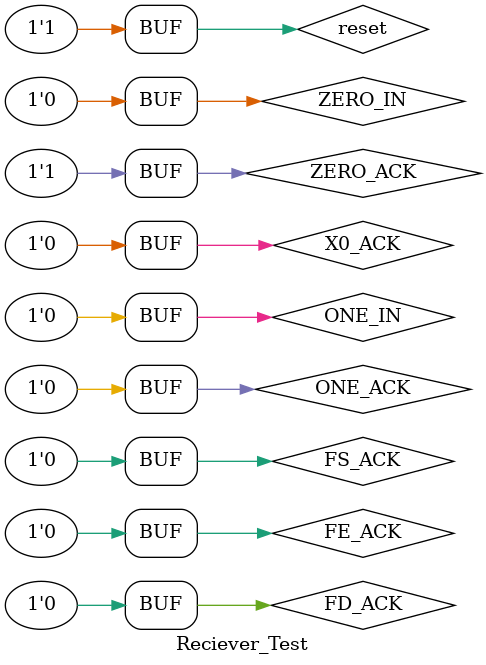
<source format=v>
`timescale 1ns / 1ps


module Reciever_Test;

	// Inputs
	reg reset;
	reg ZERO_IN;
	reg ONE_IN;
	reg ONE_ACK;
	reg ZERO_ACK;
	reg FS_ACK;
	reg FE_ACK;
	reg X0_ACK;
	reg FD_ACK;

	// Outputs
	wire ACK;
	wire Fs;
	wire Fe;
	wire Fd;
	wire X0;
	wire ZERO_OUT;
	wire ONE_OUT;
	wire A;
	wire B;
	wire C;
	wire D;
	wire E;

	// Instantiate the Unit Under Test (UUT)
	Reciever uut (
		.reset(reset), 
		.ZERO_IN(ZERO_IN), 
		.ONE_IN(ONE_IN), 
		.ONE_ACK(ONE_ACK), 
		.ZERO_ACK(ZERO_ACK), 
		.FS_ACK(FS_ACK), 
		.FE_ACK(FE_ACK), 
		.X0_ACK(X0_ACK), 
		.FD_ACK(FD_ACK), 
		.ACK(ACK), 
		.Fs(Fs), 
		.Fe(Fe), 
		.Fd(Fd), 
		.X0(X0), 
		.ZERO_OUT(ZERO_OUT), 
		.ONE_OUT(ONE_OUT), 
		.A(A), 
		.B(B), 
		.C(C), 
		.D(D), 
		.E(E)
	);

	initial begin
		// Initialize Inputs
		reset = 0;
		ZERO_IN = 0;
		ONE_IN = 0;
		ONE_ACK = 0;
		ZERO_ACK = 0;
		FS_ACK = 0;
		FE_ACK = 0;
		X0_ACK = 0;
		FD_ACK = 0;

		// Wait 100 ns for global reset to finish
		#100;
		reset =1;
		#100;
		
		ZERO_IN = 1;
		#100;
		ZERO_IN = 0;
		#100;
		ZERO_ACK = 1;
		
		
        
		// Add stimulus here

	end
      
endmodule


</source>
